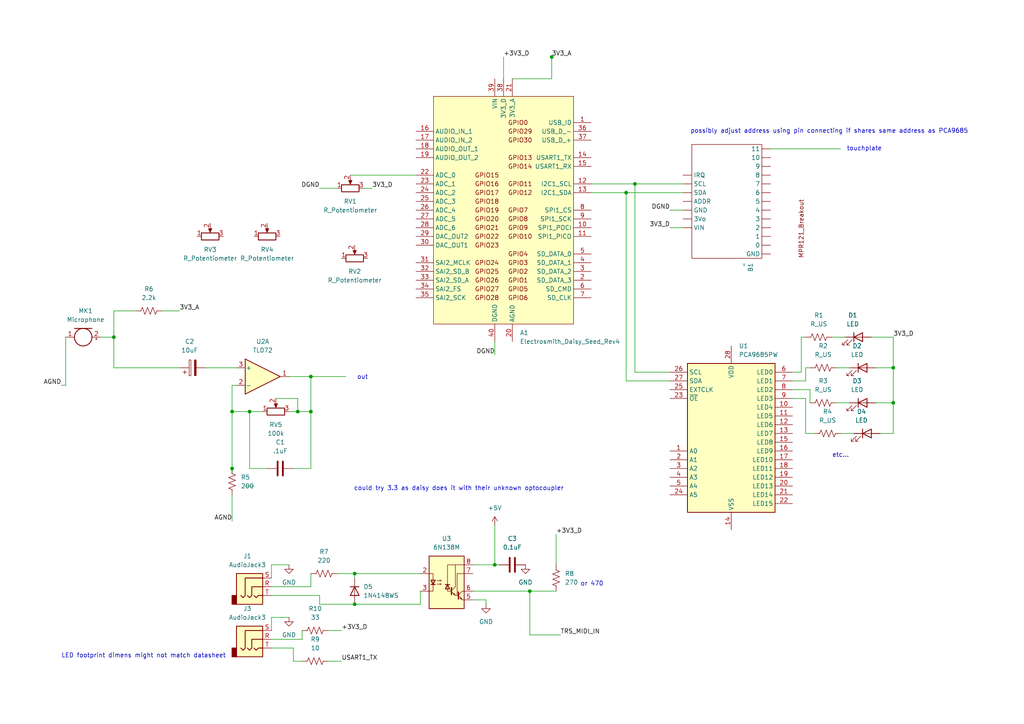
<source format=kicad_sch>
(kicad_sch (version 20231120) (generator "eeschema") (generator_version "8.0")
  (paper "A4")
  (lib_symbols
    (symbol "Amplifier_Operational:TL072" (pin_names (offset 0.127))
      (property "Reference" "U" (at 0 5.08 0))
      (property "Value" "TL072" (at 0 -5.08 0))
      (symbol "TL072_1_1"
        (polyline (pts (xy -5.08 5.08) (xy 5.08 0) (xy -5.08 -5.08) (xy -5.08 5.08)) (stroke (width 0.254)) (fill (type background)))
        (pin output line (at 7.62 0 180) (length 2.54) (name "~") (number "1"))
        (pin input line (at -7.62 -2.54 0) (length 2.54) (name "-") (number "2"))
        (pin input line (at -7.62 2.54 0) (length 2.54) (name "+") (number "3"))
      )
      (symbol "TL072_2_1"
        (polyline (pts (xy -5.08 5.08) (xy 5.08 0) (xy -5.08 -5.08) (xy -5.08 5.08)) (stroke (width 0.254)) (fill (type background)))
        (pin input line (at -7.62 2.54 0) (length 2.54) (name "+") (number "5"))
        (pin input line (at -7.62 -2.54 0) (length 2.54) (name "-") (number "6"))
        (pin output line (at 7.62 0 180) (length 2.54) (name "~") (number "7"))
      )
      (symbol "TL072_3_1"
        (pin power_in line (at -2.54 -7.62 90) (length 3.81) (name "V-") (number "4"))
        (pin power_in line (at -2.54 7.62 270) (length 3.81) (name "V+") (number "8"))
      )
    )
    (symbol "Connector_Audio:AudioJack3"
      (property "Reference" "J" (at 0 8.89 0))
      (property "Value" "AudioJack3" (at 0 6.35 0))
      (symbol "AudioJack3_0_1"
        (rectangle (start -5.08 -5.08) (end -6.35 -2.54) (stroke (width 0.254)) (fill (type outline)))
        (polyline (pts (xy 0 -2.54) (xy 0.635 -3.175) (xy 1.27 -2.54) (xy 2.54 -2.54)) (stroke (width 0.254)))
        (polyline (pts (xy -1.905 -2.54) (xy -1.27 -3.175) (xy -0.635 -2.54) (xy -0.635 0) (xy 2.54 0)) (stroke (width 0.254)))
        (polyline (pts (xy 2.54 2.54) (xy -2.54 2.54) (xy -2.54 -2.54) (xy -3.175 -3.175) (xy -3.81 -2.54)) (stroke (width 0.254)))
        (rectangle (start 2.54 3.81) (end -5.08 -5.08) (stroke (width 0.254)) (fill (type background)))
      )
      (symbol "AudioJack3_1_1"
        (pin passive line (at 5.08 0 180) (length 2.54) (name "~") (number "R"))
        (pin passive line (at 5.08 2.54 180) (length 2.54) (name "~") (number "S"))
        (pin passive line (at 5.08 -2.54 180) (length 2.54) (name "~") (number "T"))
      )
    )
    (symbol "Device:C" (pin_numbers hide) (pin_names (offset 0.254))
      (property "Reference" "C" (at 0.635 2.54 0))
      (property "Value" "C" (at 0.635 -2.54 0))
      (symbol "C_0_1"
        (polyline (pts (xy -2.032 -0.762) (xy 2.032 -0.762)) (stroke (width 0.508)))
        (polyline (pts (xy -2.032 0.762) (xy 2.032 0.762)) (stroke (width 0.508)))
      )
      (symbol "C_1_1"
        (pin passive line (at 0 3.81 270) (length 2.794) (name "~") (number "1"))
        (pin passive line (at 0 -3.81 90) (length 2.794) (name "~") (number "2"))
      )
    )
    (symbol "Device:C_Polarized" (pin_numbers hide) (pin_names (offset 0.254))
      (property "Reference" "C" (at 0.635 2.54 0))
      (property "Value" "C_Polarized" (at 0.635 -2.54 0))
      (symbol "C_Polarized_0_1"
        (rectangle (start -2.286 0.508) (end 2.286 1.016))
        (polyline (pts (xy -1.778 2.286) (xy -0.762 2.286)))
        (polyline (pts (xy -1.27 2.794) (xy -1.27 1.778)))
        (rectangle (start 2.286 -0.508) (end -2.286 -1.016) (fill (type outline)))
      )
      (symbol "C_Polarized_1_1"
        (pin passive line (at 0 3.81 270) (length 2.794) (name "~") (number "1"))
        (pin passive line (at 0 -3.81 90) (length 2.794) (name "~") (number "2"))
      )
    )
    (symbol "Device:LED" (pin_numbers hide) (pin_names (offset 1.016) hide)
      (property "Reference" "D" (at 0 2.54 0))
      (property "Value" "LED" (at 0 -2.54 0))
      (symbol "LED_0_1"
        (polyline (pts (xy -1.27 -1.27) (xy -1.27 1.27)) (stroke (width 0.254)))
        (polyline (pts (xy -1.27 0) (xy 1.27 0)))
        (polyline (pts (xy 1.27 -1.27) (xy 1.27 1.27) (xy -1.27 0) (xy 1.27 -1.27)) (stroke (width 0.254)))
        (polyline (pts (xy -3.048 -0.762) (xy -4.572 -2.286) (xy -3.81 -2.286) (xy -4.572 -2.286) (xy -4.572 -1.524)))
        (polyline (pts (xy -1.778 -0.762) (xy -3.302 -2.286) (xy -2.54 -2.286) (xy -3.302 -2.286) (xy -3.302 -1.524)))
      )
      (symbol "LED_1_1"
        (pin passive line (at -3.81 0 0) (length 2.54) (name "K") (number "1"))
        (pin passive line (at 3.81 0 180) (length 2.54) (name "A") (number "2"))
      )
    )
    (symbol "Device:Microphone" (pin_names (offset 0.0254) hide)
      (property "Reference" "MK" (at -3.81 1.27 0))
      (property "Value" "Microphone" (at -3.81 -0.635 0))
      (symbol "Microphone_0_1"
        (polyline (pts (xy -2.54 2.54) (xy -2.54 -2.54)) (stroke (width 0.254)))
        (polyline (pts (xy 0.254 3.81) (xy 0.762 3.81)))
        (polyline (pts (xy 0.508 4.064) (xy 0.508 3.556)))
        (circle (center 0 0) (radius 2.54) (stroke (width 0.254)))
      )
      (symbol "Microphone_1_1"
        (pin passive line (at 0 -5.08 90) (length 2.54) (name "-") (number "1"))
        (pin passive line (at 0 5.08 270) (length 2.54) (name "+") (number "2"))
      )
    )
    (symbol "Device:R_Potentiometer" (pin_names (offset 1.016) hide)
      (property "Reference" "RV" (at -4.445 0 90))
      (property "Value" "R_Potentiometer" (at -2.54 0 90))
      (symbol "R_Potentiometer_0_1"
        (polyline (pts (xy 2.54 0) (xy 1.524 0)))
        (polyline (pts (xy 1.143 0) (xy 2.286 0.508) (xy 2.286 -0.508) (xy 1.143 0)) (fill (type outline)))
        (rectangle (start 1.016 2.54) (end -1.016 -2.54) (stroke (width 0.254)))
      )
      (symbol "R_Potentiometer_1_1"
        (pin passive line (at 0 3.81 270) (length 1.27) (name "1") (number "1"))
        (pin passive line (at 3.81 0 180) (length 1.27) (name "2") (number "2"))
        (pin passive line (at 0 -3.81 90) (length 1.27) (name "3") (number "3"))
      )
    )
    (symbol "Device:R_US" (pin_numbers hide) (pin_names (offset 0))
      (property "Reference" "R" (at 2.54 0 90))
      (property "Value" "R_US" (at -2.54 0 90))
      (symbol "R_US_0_1"
        (polyline (pts (xy 0 -2.286) (xy 0 -2.54)))
        (polyline (pts (xy 0 2.286) (xy 0 2.54)))
        (polyline (pts (xy 0 -0.762) (xy 1.016 -1.143) (xy 0 -1.524) (xy -1.016 -1.905) (xy 0 -2.286)))
        (polyline (pts (xy 0 0.762) (xy 1.016 0.381) (xy 0 0) (xy -1.016 -0.381) (xy 0 -0.762)))
        (polyline (pts (xy 0 2.286) (xy 1.016 1.905) (xy 0 1.524) (xy -1.016 1.143) (xy 0 0.762)))
      )
      (symbol "R_US_1_1"
        (pin passive line (at 0 3.81 270) (length 1.27) (name "~") (number "1"))
        (pin passive line (at 0 -3.81 90) (length 1.27) (name "~") (number "2"))
      )
    )
    (symbol "Diode:1N4148WS" (pin_numbers hide) (pin_names hide)
      (property "Reference" "D" (at 0 2.54 0))
      (property "Value" "1N4148WS" (at 0 -2.54 0))
      (symbol "1N4148WS_0_1"
        (polyline (pts (xy -1.27 1.27) (xy -1.27 -1.27)) (stroke (width 0.254)))
        (polyline (pts (xy 1.27 0) (xy -1.27 0)))
        (polyline (pts (xy 1.27 1.27) (xy 1.27 -1.27) (xy -1.27 0) (xy 1.27 1.27)) (stroke (width 0.254)))
      )
      (symbol "1N4148WS_1_1"
        (pin passive line (at -3.81 0 0) (length 2.54) (name "K") (number "1"))
        (pin passive line (at 3.81 0 180) (length 2.54) (name "A") (number "2"))
      )
    )
    (symbol "Driver_LED:PCA9685PW"
      (property "Reference" "U" (at -12.7 22.225 0))
      (property "Value" "PCA9685PW" (at 1.27 22.225 0))
      (symbol "PCA9685PW_0_1"
        (rectangle (start -12.7 20.32) (end 12.7 -22.86) (stroke (width 0.254)) (fill (type background)))
      )
      (symbol "PCA9685PW_1_1"
        (pin input line (at -17.78 -5.08 0) (length 5.08) (name "A0") (number "1"))
        (pin output line (at 17.78 7.62 180) (length 5.08) (name "LED4") (number "10"))
        (pin output line (at 17.78 5.08 180) (length 5.08) (name "LED5") (number "11"))
        (pin output line (at 17.78 2.54 180) (length 5.08) (name "LED6") (number "12"))
        (pin output line (at 17.78 0 180) (length 5.08) (name "LED7") (number "13"))
        (pin power_in line (at 0 -27.94 90) (length 5.08) (name "VSS") (number "14"))
        (pin output line (at 17.78 -2.54 180) (length 5.08) (name "LED8") (number "15"))
        (pin output line (at 17.78 -5.08 180) (length 5.08) (name "LED9") (number "16"))
        (pin output line (at 17.78 -7.62 180) (length 5.08) (name "LED10") (number "17"))
        (pin output line (at 17.78 -10.16 180) (length 5.08) (name "LED11") (number "18"))
        (pin output line (at 17.78 -12.7 180) (length 5.08) (name "LED12") (number "19"))
        (pin input line (at -17.78 -7.62 0) (length 5.08) (name "A1") (number "2"))
        (pin output line (at 17.78 -15.24 180) (length 5.08) (name "LED13") (number "20"))
        (pin output line (at 17.78 -17.78 180) (length 5.08) (name "LED14") (number "21"))
        (pin output line (at 17.78 -20.32 180) (length 5.08) (name "LED15") (number "22"))
        (pin input line (at -17.78 10.16 0) (length 5.08) (name "~{OE}") (number "23"))
        (pin input line (at -17.78 -17.78 0) (length 5.08) (name "A5") (number "24"))
        (pin input line (at -17.78 12.7 0) (length 5.08) (name "EXTCLK") (number "25"))
        (pin input line (at -17.78 17.78 0) (length 5.08) (name "SCL") (number "26"))
        (pin bidirectional line (at -17.78 15.24 0) (length 5.08) (name "SDA") (number "27"))
        (pin power_in line (at 0 25.4 270) (length 5.08) (name "VDD") (number "28"))
        (pin input line (at -17.78 -10.16 0) (length 5.08) (name "A2") (number "3"))
        (pin input line (at -17.78 -12.7 0) (length 5.08) (name "A3") (number "4"))
        (pin input line (at -17.78 -15.24 0) (length 5.08) (name "A4") (number "5"))
        (pin output line (at 17.78 17.78 180) (length 5.08) (name "LED0") (number "6"))
        (pin output line (at 17.78 15.24 180) (length 5.08) (name "LED1") (number "7"))
        (pin output line (at 17.78 12.7 180) (length 5.08) (name "LED2") (number "8"))
        (pin output line (at 17.78 10.16 180) (length 5.08) (name "LED3") (number "9"))
      )
    )
    (symbol "Isolator:6N138" (pin_names (offset 1.016) hide)
      (property "Reference" "U" (at -4.064 8.89 0))
      (property "Value" "6N138" (at 2.286 8.89 0))
      (symbol "6N138_0_1"
        (rectangle (start -5.08 7.62) (end 5.08 -7.62) (stroke (width 0.254)) (fill (type background)))
        (polyline (pts (xy -4.572 -0.635) (xy -3.302 -0.635)) (stroke (width 0.254)))
        (polyline (pts (xy 0.889 -0.635) (xy -0.381 -0.635)) (stroke (width 0.254)))
        (polyline (pts (xy 1.397 -2.667) (xy 2.54 -3.81)))
        (polyline (pts (xy 1.397 -2.413) (xy 2.54 -1.27)))
        (polyline (pts (xy 2.54 -3.81) (xy 3.175 -3.81)))
        (polyline (pts (xy 3.429 -3.937) (xy 4.572 -5.08)))
        (polyline (pts (xy 3.429 -3.683) (xy 4.572 -2.54)))
        (polyline (pts (xy 4.572 -5.08) (xy 5.08 -5.08)))
        (polyline (pts (xy 4.572 -2.54) (xy 5.08 -2.54)))
        (polyline (pts (xy 1.397 -1.524) (xy 1.397 -3.556) (xy 1.397 -3.556)) (stroke (width 0.3556)))
        (polyline (pts (xy 2.54 -1.27) (xy 2.54 5.08) (xy 5.08 5.08)))
        (polyline (pts (xy 3.429 -2.794) (xy 3.429 -4.826) (xy 3.429 -4.826)) (stroke (width 0.3556)))
        (polyline (pts (xy 5.08 2.54) (xy 3.048 2.54) (xy 3.048 -3.81)))
        (polyline (pts (xy -5.08 -2.54) (xy -3.937 -2.54) (xy -3.937 2.54) (xy -5.08 2.54)))
        (polyline (pts (xy -3.937 -0.635) (xy -4.572 0.635) (xy -3.302 0.635) (xy -3.937 -0.635)) (stroke (width 0.254)))
        (polyline (pts (xy 0.254 -0.635) (xy 0.889 -1.905) (xy -0.381 -1.905) (xy 0.254 -0.635)) (stroke (width 0.254)))
        (polyline (pts (xy 1.27 -2.54) (xy 0.254 -2.54) (xy 0.254 5.08) (xy 2.54 5.08)))
        (polyline (pts (xy 2.413 -3.683) (xy 2.159 -3.175) (xy 1.905 -3.429) (xy 2.413 -3.683)))
        (polyline (pts (xy 4.445 -4.953) (xy 4.191 -4.445) (xy 3.937 -4.699) (xy 4.445 -4.953)))
        (polyline (pts (xy -2.794 -0.508) (xy -1.524 -0.508) (xy -1.905 -0.635) (xy -1.905 -0.381) (xy -1.524 -0.508)))
        (polyline (pts (xy -2.794 0.508) (xy -1.524 0.508) (xy -1.905 0.381) (xy -1.905 0.635) (xy -1.524 0.508)))
      )
      (symbol "6N138_1_1"
        (pin no_connect line (at -5.08 5.08 0) (length 2.54) hide (name "NC") (number "1"))
        (pin passive line (at -7.62 2.54 0) (length 2.54) (name "C1") (number "2"))
        (pin passive line (at -7.62 -2.54 0) (length 2.54) (name "C2") (number "3"))
        (pin no_connect line (at -5.08 -5.08 0) (length 2.54) hide (name "NC") (number "4"))
        (pin passive line (at 7.62 -5.08 180) (length 2.54) (name "GND") (number "5"))
        (pin passive line (at 7.62 -2.54 180) (length 2.54) (name "VO2") (number "6"))
        (pin passive line (at 7.62 2.54 180) (length 2.54) (name "VO1") (number "7"))
        (pin passive line (at 7.62 5.08 180) (length 2.54) (name "VCC") (number "8"))
      )
    )
    (symbol "MCU_Module:Electrosmith_Daisy_Seed_Rev4"
      (property "Reference" "A" (at -20.32 34.29 0))
      (property "Value" "Electrosmith_Daisy_Seed_Rev4" (at 33.02 34.29 0))
      (symbol "Electrosmith_Daisy_Seed_Rev4_0_0"
        (text "GPIO0" (at 1.27 25.4 0) (effects (font (size 1.27 1.27)) (justify left)))
        (text "GPIO1" (at 1.27 -20.32 0) (effects (font (size 1.27 1.27)) (justify left)))
        (text "GPIO10" (at 1.27 -7.62 0) (effects (font (size 1.27 1.27)) (justify left)))
        (text "GPIO11" (at 1.27 7.62 0) (effects (font (size 1.27 1.27)) (justify left)))
        (text "GPIO12" (at 1.27 5.08 0) (effects (font (size 1.27 1.27)) (justify left)))
        (text "GPIO13" (at 1.27 15.24 0) (effects (font (size 1.27 1.27)) (justify left)))
        (text "GPIO14" (at 1.27 12.7 0) (effects (font (size 1.27 1.27)) (justify left)))
        (text "GPIO15" (at -1.27 10.16 0) (effects (font (size 1.27 1.27)) (justify right)))
        (text "GPIO16" (at -1.27 7.62 0) (effects (font (size 1.27 1.27)) (justify right)))
        (text "GPIO17" (at -1.27 5.08 0) (effects (font (size 1.27 1.27)) (justify right)))
        (text "GPIO18" (at -1.27 2.54 0) (effects (font (size 1.27 1.27)) (justify right)))
        (text "GPIO19" (at -1.27 0 0) (effects (font (size 1.27 1.27)) (justify right)))
        (text "GPIO2" (at 1.27 -17.78 0) (effects (font (size 1.27 1.27)) (justify left)))
        (text "GPIO20" (at -1.27 -2.54 0) (effects (font (size 1.27 1.27)) (justify right)))
        (text "GPIO21" (at -1.27 -5.08 0) (effects (font (size 1.27 1.27)) (justify right)))
        (text "GPIO22" (at -1.27 -7.62 0) (effects (font (size 1.27 1.27)) (justify right)))
        (text "GPIO23" (at -1.27 -10.16 0) (effects (font (size 1.27 1.27)) (justify right)))
        (text "GPIO24" (at -1.27 -15.24 0) (effects (font (size 1.27 1.27)) (justify right)))
        (text "GPIO25" (at -1.27 -17.78 0) (effects (font (size 1.27 1.27)) (justify right)))
        (text "GPIO26" (at -1.27 -20.32 0) (effects (font (size 1.27 1.27)) (justify right)))
        (text "GPIO27" (at -1.27 -22.86 0) (effects (font (size 1.27 1.27)) (justify right)))
        (text "GPIO28" (at -1.27 -25.4 0) (effects (font (size 1.27 1.27)) (justify right)))
        (text "GPIO29" (at 1.27 22.86 0) (effects (font (size 1.27 1.27)) (justify left)))
        (text "GPIO3" (at 1.27 -15.24 0) (effects (font (size 1.27 1.27)) (justify left)))
        (text "GPIO30" (at 1.27 20.32 0) (effects (font (size 1.27 1.27)) (justify left)))
        (text "GPIO4" (at 1.27 -12.7 0) (effects (font (size 1.27 1.27)) (justify left)))
        (text "GPIO5" (at 1.27 -22.86 0) (effects (font (size 1.27 1.27)) (justify left)))
        (text "GPIO6" (at 1.27 -25.4 0) (effects (font (size 1.27 1.27)) (justify left)))
        (text "GPIO7" (at 1.27 0 0) (effects (font (size 1.27 1.27)) (justify left)))
        (text "GPIO8" (at 1.27 -2.54 0) (effects (font (size 1.27 1.27)) (justify left)))
        (text "GPIO9" (at 1.27 -5.08 0) (effects (font (size 1.27 1.27)) (justify left)))
        (pin bidirectional line (at 25.4 25.4 180) (length 5.08) (name "USB_ID") (number "1"))
        (pin bidirectional line (at 25.4 -5.08 180) (length 5.08) (name "SPI1_POCI") (number "10"))
        (pin bidirectional line (at 25.4 -7.62 180) (length 5.08) (name "SPI1_PICO") (number "11"))
        (pin bidirectional line (at 25.4 7.62 180) (length 5.08) (name "I2C1_SCL") (number "12"))
        (pin bidirectional line (at 25.4 5.08 180) (length 5.08) (name "I2C1_SDA") (number "13"))
        (pin bidirectional line (at 25.4 15.24 180) (length 5.08) (name "USART1_TX") (number "14"))
        (pin bidirectional line (at 25.4 12.7 180) (length 5.08) (name "USART1_RX") (number "15"))
        (pin input line (at -25.4 22.86 0) (length 5.08) (name "AUDIO_IN_1") (number "16"))
        (pin input line (at -25.4 20.32 0) (length 5.08) (name "AUDIO_IN_2") (number "17"))
        (pin output line (at -25.4 17.78 0) (length 5.08) (name "AUDIO_OUT_1") (number "18"))
        (pin output line (at -25.4 15.24 0) (length 5.08) (name "AUDIO_OUT_2") (number "19"))
        (pin bidirectional line (at 25.4 -20.32 180) (length 5.08) (name "SD_DATA_3") (number "2"))
        (pin power_in line (at 2.54 -38.1 90) (length 5.08) (name "AGND") (number "20"))
        (pin power_out line (at 2.54 38.1 270) (length 5.08) (name "3V3_A") (number "21"))
        (pin bidirectional line (at -25.4 10.16 0) (length 5.08) (name "ADC_0") (number "22"))
        (pin bidirectional line (at -25.4 7.62 0) (length 5.08) (name "ADC_1") (number "23"))
        (pin bidirectional line (at -25.4 5.08 0) (length 5.08) (name "ADC_2") (number "24"))
        (pin bidirectional line (at -25.4 2.54 0) (length 5.08) (name "ADC_3") (number "25"))
        (pin bidirectional line (at -25.4 0 0) (length 5.08) (name "ADC_4") (number "26"))
        (pin bidirectional line (at -25.4 -2.54 0) (length 5.08) (name "ADC_5") (number "27"))
        (pin bidirectional line (at -25.4 -5.08 0) (length 5.08) (name "ADC_6") (number "28"))
        (pin bidirectional line (at -25.4 -7.62 0) (length 5.08) (name "DAC_OUT2") (number "29"))
        (pin bidirectional line (at 25.4 -17.78 180) (length 5.08) (name "SD_DATA_2") (number "3"))
        (pin bidirectional line (at -25.4 -10.16 0) (length 5.08) (name "DAC_OUT1") (number "30"))
        (pin bidirectional line (at -25.4 -15.24 0) (length 5.08) (name "SAI2_MCLK") (number "31"))
        (pin bidirectional line (at -25.4 -17.78 0) (length 5.08) (name "SAI2_SD_B") (number "32"))
        (pin bidirectional line (at -25.4 -20.32 0) (length 5.08) (name "SAI2_SD_A") (number "33"))
        (pin bidirectional line (at -25.4 -22.86 0) (length 5.08) (name "SAI2_FS") (number "34"))
        (pin bidirectional line (at -25.4 -25.4 0) (length 5.08) (name "SAI2_SCK") (number "35"))
        (pin bidirectional line (at 25.4 22.86 180) (length 5.08) (name "USB_D_-") (number "36"))
        (pin bidirectional line (at 25.4 20.32 180) (length 5.08) (name "USB_D_+") (number "37"))
        (pin power_out line (at 0 38.1 270) (length 5.08) (name "3V3_D") (number "38"))
        (pin power_in line (at -2.54 38.1 270) (length 5.08) (name "VIN") (number "39"))
        (pin bidirectional line (at 25.4 -15.24 180) (length 5.08) (name "SD_DATA_1") (number "4"))
        (pin power_in line (at -2.54 -38.1 90) (length 5.08) (name "DGND") (number "40"))
        (pin bidirectional line (at 25.4 -12.7 180) (length 5.08) (name "SD_DATA_0") (number "5"))
        (pin bidirectional line (at 25.4 -22.86 180) (length 5.08) (name "SD_CMD") (number "6"))
        (pin bidirectional line (at 25.4 -25.4 180) (length 5.08) (name "SD_CLK") (number "7"))
        (pin bidirectional line (at 25.4 0 180) (length 5.08) (name "SPI1_CS") (number "8"))
        (pin bidirectional line (at 25.4 -2.54 180) (length 5.08) (name "SPI1_SCK") (number "9"))
      )
      (symbol "Electrosmith_Daisy_Seed_Rev4_0_1"
        (rectangle (start -20.32 33.02) (end 20.32 -33.02) (fill (type background)))
      )
    )
    (symbol "power:+5V" (power) (pin_numbers hide) (pin_names (offset 0) hide)
      (property "Value" "+5V" (at 0 3.556 0))
      (symbol "+5V_0_1"
        (polyline (pts (xy -0.762 1.27) (xy 0 2.54)))
        (polyline (pts (xy 0 0) (xy 0 2.54)))
        (polyline (pts (xy 0 2.54) (xy 0.762 1.27)))
      )
      (symbol "+5V_1_1"
        (pin power_in line (at 0 0 90) (length 0) (name "~") (number "1"))
      )
    )
    (symbol "power:GND" (power) (pin_numbers hide) (pin_names (offset 0) hide)
      (property "Value" "GND" (at 0 -3.81 0))
      (symbol "GND_0_1"
        (polyline (pts (xy 0 0) (xy 0 -1.27) (xy 1.27 -1.27) (xy 0 -2.54) (xy -1.27 -1.27) (xy 0 -1.27)))
      )
      (symbol "GND_1_1"
        (pin power_in line (at 0 0 270) (length 0) (name "~") (number "1"))
      )
    )
    (symbol "soundpad_library:Adafruit_MPR121_12-Key_Capacitive_Touch_Sensor_Breakout"
      (property "Reference" "B" (at 0 0 0))
      (symbol "Adafruit_MPR121_12-Key_Capacitive_Touch_Sensor_Breakout_0_1"
        (rectangle (start -3.81 -11.43) (end 29.21 -31.75))
      )
      (symbol "Adafruit_MPR121_12-Key_Capacitive_Touch_Sensor_Breakout_1_1"
        (text "MPR121_Breakout" (at 20.574 0 0) (effects (font (size 1.27 1.27))))
        (pin bidirectional line (at 25.4 -8.89 270) (length 2.54) (name "0") (number ""))
        (pin bidirectional line (at 22.86 -8.89 270) (length 2.54) (name "1") (number ""))
        (pin bidirectional line (at 0 -8.89 270) (length 2.54) (name "10") (number ""))
        (pin bidirectional line (at -2.54 -8.89 270) (length 2.54) (name "11") (number ""))
        (pin bidirectional line (at 20.32 -8.89 270) (length 2.54) (name "2") (number ""))
        (pin bidirectional line (at 17.78 -8.89 270) (length 2.54) (name "3") (number ""))
        (pin power_out line (at 17.78 -34.29 90) (length 2.54) (name "3Vo") (number ""))
        (pin bidirectional line (at 15.24 -8.89 270) (length 2.54) (name "4") (number ""))
        (pin bidirectional line (at 12.7 -8.89 270) (length 2.54) (name "5") (number ""))
        (pin bidirectional line (at 10.16 -8.89 270) (length 2.54) (name "6") (number ""))
        (pin bidirectional line (at 7.62 -8.89 270) (length 2.54) (name "7") (number ""))
        (pin bidirectional line (at 5.08 -8.89 270) (length 2.54) (name "8") (number ""))
        (pin bidirectional line (at 2.54 -8.89 270) (length 2.54) (name "9") (number ""))
        (pin passive line (at 12.7 -34.29 90) (length 2.54) (name "ADDR") (number ""))
        (pin power_in line (at 15.24 -34.29 90) (length 2.54) (name "GND") (number ""))
        (pin power_in line (at 27.94 -8.89 270) (length 2.54) (name "GND") (number ""))
        (pin open_collector line (at 5.08 -34.29 90) (length 2.54) (name "IRQ") (number ""))
        (pin bidirectional line (at 7.62 -34.29 90) (length 2.54) (name "SCL") (number ""))
        (pin bidirectional line (at 10.16 -34.29 90) (length 2.54) (name "SDA") (number ""))
        (pin power_in line (at 20.32 -34.29 90) (length 2.54) (name "VIN") (number ""))
      )
    )
  )
  (junction (at 72.39 119.38))
  (junction (at 33.02 97.79))
  (junction (at 259.08 106.68))
  (junction (at 102.87 166.37))
  (junction (at 90.17 119.38))
  (junction (at 67.31 135.89))
  (junction (at 153.67 171.45))
  (junction (at 86.36 119.38))
  (junction (at 181.61 55.88))
  (junction (at 143.51 163.83))
  (junction (at 102.87 175.26))
  (junction (at 259.08 116.84))
  (junction (at 67.31 119.38))
  (junction (at 184.15 53.34))
  (junction (at 90.17 109.22))
  (junction (at 160.0267 16.5366))
  (wire (pts (xy 148.59 22.86) (xy 160.02 22.86)))
  (wire (pts (xy 233.68 106.68) (xy 233.68 110.49)))
  (wire (pts (xy 67.31 143.51) (xy 67.31 151.13)))
  (wire (pts (xy 78.74 182.88) (xy 78.74 179.07)))
  (wire (pts (xy 160.02 16.5366) (xy 160.0267 16.5366)))
  (wire (pts (xy 101.6 50.8) (xy 120.65 50.8)))
  (wire (pts (xy 137.16 163.83) (xy 143.51 163.83)))
  (wire (pts (xy 95.25 182.88) (xy 99.06 182.88)))
  (wire (pts (xy 171.45 55.88) (xy 181.61 55.88)))
  (wire (pts (xy 85.09 191.77) (xy 85.09 187.96)))
  (wire (pts (xy 259.08 116.84) (xy 259.08 125.73)))
  (wire (pts (xy 33.02 90.17) (xy 33.02 97.79)))
  (wire (pts (xy 160.0267 16.5366) (xy 160.02 22.86)))
  (wire (pts (xy 68.58 111.76) (xy 67.31 111.76)))
  (wire (pts (xy 153.67 171.45) (xy 161.29 171.45)))
  (wire (pts (xy 86.36 115.57) (xy 86.36 119.38)))
  (wire (pts (xy 67.31 111.76) (xy 67.31 119.38)))
  (wire (pts (xy 78.74 172.72) (xy 92.71 172.72)))
  (wire (pts (xy 78.74 179.07) (xy 83.82 179.07)))
  (wire (pts (xy 259.08 106.68) (xy 259.08 116.84)))
  (wire (pts (xy 92.71 172.72) (xy 92.71 175.26)))
  (wire (pts (xy 234.95 113.03) (xy 229.87 113.03)))
  (wire (pts (xy 90.17 119.38) (xy 90.17 109.22)))
  (wire (pts (xy 232.41 97.79) (xy 233.68 97.79)))
  (wire (pts (xy 153.67 171.45) (xy 153.67 184.15)))
  (wire (pts (xy 234.95 116.84) (xy 234.95 113.03)))
  (wire (pts (xy 259.08 97.79) (xy 259.08 106.68)))
  (wire (pts (xy 92.71 175.26) (xy 102.87 175.26)))
  (wire (pts (xy 121.92 175.26) (xy 102.87 175.26)))
  (wire (pts (xy 181.61 110.49) (xy 194.31 110.49)))
  (wire (pts (xy 252.73 97.79) (xy 259.08 97.79)))
  (wire (pts (xy 95.25 191.77) (xy 99.06 191.77)))
  (wire (pts (xy 223.52 43.18) (xy 243.84 43.18)))
  (wire (pts (xy 102.87 166.37) (xy 102.87 167.64)))
  (wire (pts (xy 161.29 154.94) (xy 161.29 163.83)))
  (wire (pts (xy 140.97 173.99) (xy 140.97 175.26)))
  (wire (pts (xy 85.09 187.96) (xy 78.74 187.96)))
  (wire (pts (xy 46.99 90.17) (xy 52.07 90.17)))
  (wire (pts (xy 232.41 97.79) (xy 232.41 107.95)))
  (wire (pts (xy 233.68 115.57) (xy 229.87 115.57)))
  (wire (pts (xy 97.79 166.37) (xy 102.87 166.37)))
  (wire (pts (xy 243.84 125.73) (xy 247.65 125.73)))
  (wire (pts (xy 236.22 125.73) (xy 233.68 125.73)))
  (wire (pts (xy 160.02 16.51) (xy 160.02 16.5366)))
  (wire (pts (xy 259.08 106.68) (xy 254 106.68)))
  (wire (pts (xy 78.74 163.83) (xy 83.82 163.83)))
  (wire (pts (xy 102.87 166.37) (xy 121.92 166.37)))
  (wire (pts (xy 144.78 163.83) (xy 143.51 163.83)))
  (wire (pts (xy 90.17 109.22) (xy 100.33 109.22)))
  (wire (pts (xy 78.74 167.64) (xy 78.74 163.83)))
  (wire (pts (xy 184.15 53.34) (xy 198.12 53.34)))
  (wire (pts (xy 78.74 170.18) (xy 90.17 170.18)))
  (wire (pts (xy 242.57 106.68) (xy 246.38 106.68)))
  (wire (pts (xy 232.41 107.95) (xy 229.87 107.95)))
  (wire (pts (xy 137.16 173.99) (xy 140.97 173.99)))
  (wire (pts (xy 233.68 110.49) (xy 229.87 110.49)))
  (wire (pts (xy 143.51 99.06) (xy 143.51 102.87)))
  (wire (pts (xy 242.57 116.84) (xy 246.38 116.84)))
  (wire (pts (xy 181.61 55.88) (xy 198.12 55.88)))
  (wire (pts (xy 254 116.84) (xy 259.08 116.84)))
  (wire (pts (xy 90.17 109.22) (xy 83.82 109.22)))
  (wire (pts (xy 33.02 97.79) (xy 29.21 97.79)))
  (wire (pts (xy 92.71 54.61) (xy 97.79 54.61)))
  (wire (pts (xy 259.08 125.73) (xy 255.27 125.73)))
  (wire (pts (xy 72.39 135.89) (xy 72.39 119.38)))
  (wire (pts (xy 194.31 66.04) (xy 198.12 66.04)))
  (wire (pts (xy 171.45 53.34) (xy 184.15 53.34)))
  (wire (pts (xy 194.31 60.96) (xy 198.12 60.96)))
  (wire (pts (xy 78.74 185.42) (xy 87.63 185.42)))
  (wire (pts (xy 59.69 106.68) (xy 68.58 106.68)))
  (wire (pts (xy 181.61 55.88) (xy 181.61 110.49)))
  (wire (pts (xy 90.17 170.18) (xy 90.17 166.37)))
  (wire (pts (xy 137.16 171.45) (xy 153.67 171.45)))
  (wire (pts (xy 72.39 119.38) (xy 76.2 119.38)))
  (wire (pts (xy 52.07 106.68) (xy 33.02 106.68)))
  (wire (pts (xy 87.63 185.42) (xy 87.63 182.88)))
  (wire (pts (xy 85.09 191.77) (xy 87.63 191.77)))
  (wire (pts (xy 19.05 111.76) (xy 17.78 111.76)))
  (wire (pts (xy 39.37 90.17) (xy 33.02 90.17)))
  (wire (pts (xy 90.17 135.89) (xy 90.17 119.38)))
  (wire (pts (xy 67.31 119.38) (xy 72.39 119.38)))
  (wire (pts (xy 85.09 135.89) (xy 90.17 135.89)))
  (wire (pts (xy 184.15 53.34) (xy 184.15 107.95)))
  (wire (pts (xy 153.67 184.15) (xy 162.56 184.15)))
  (wire (pts (xy 146.05 22.86) (xy 146.05 16.51)))
  (wire (pts (xy 184.15 107.95) (xy 194.31 107.95)))
  (wire (pts (xy 33.02 97.79) (xy 33.02 106.68)))
  (wire (pts (xy 86.36 119.38) (xy 90.17 119.38)))
  (wire (pts (xy 160.02 16.51) (xy 160.0267 16.5366)))
  (wire (pts (xy 233.68 125.73) (xy 233.68 115.57)))
  (wire (pts (xy 121.92 171.45) (xy 121.92 175.26)))
  (wire (pts (xy 143.51 152.4) (xy 143.51 163.83)))
  (wire (pts (xy 67.31 119.38) (xy 67.31 135.89)))
  (wire (pts (xy 67.31 135.89) (xy 67.31 137.16)))
  (wire (pts (xy 233.68 106.68) (xy 234.95 106.68)))
  (wire (pts (xy 19.05 97.79) (xy 19.05 111.76)))
  (wire (pts (xy 80.01 115.57) (xy 86.36 115.57)))
  (wire (pts (xy 77.47 135.89) (xy 72.39 135.89)))
  (wire (pts (xy 241.3 97.79) (xy 245.11 97.79)))
  (wire (pts (xy 107.95 54.61) (xy 105.41 54.61)))
  (wire (pts (xy 83.82 119.38) (xy 86.36 119.38)))
  (wire (pts (xy 71.12 140.97) (xy 73.66 140.97)))
  (text "could try 3.3 as daisy does it with their unknown optocoupler" (at 133.096 141.732 0) (effects (font (size 1.27 1.27))))
  (text "out" (at 105.156 109.474 0) (effects (font (size 1.27 1.27))))
  (text "etc..." (at 243.84 132.08 0) (effects (font (size 1.27 1.27))))
  (text "or 470\n" (at 171.704 169.418 0) (effects (font (size 1.27 1.27))))
  (text "possibly adjust address using pin connecting if shares same address as PCA9685" (at 240.538 38.1 0) (effects (font (size 1.27 1.27))))
  (text "LED footprint dimens might not match datasheet\n" (at 41.656 190.246 0) (effects (font (size 1.27 1.27))))
  (text "touchplate" (at 250.698 43.18 0) (effects (font (size 1.27 1.27))))
  (label "AGND" (at 17.78 111.76 180))
  (label "3V3_A" (at 160.02 16.51 0))
  (label "AGND" (at 67.31 151.13 180))
  (label "TRS_MIDI_IN" (at 162.56 184.15 0))
  (label "3V3_A" (at 52.07 90.17 0))
  (label "+3V3_D" (at 146.05 16.51 0))
  (label "+3V3_D" (at 161.29 154.94 0))
  (label "DGND" (at 92.71 54.61 180))
  (label "3V3_D" (at 107.95 54.61 0))
  (label "+3V3_D" (at 99.06 182.88 0))
  (label "DGND" (at 194.31 60.96 180))
  (label "DGND" (at 143.51 102.87 180))
  (label "3V3_D" (at 194.31 66.04 180))
  (label "3V3_D" (at 259.08 97.79 0))
  (label "USART1_TX" (at 99.06 191.77 0))
  (symbol (lib_id "power:GND") (at 152.4 163.83 0) (unit 1)
    (property "Reference" "#PWR02" (effects (hide yes)))
    (property "Value" "GND" (at 152.4 168.91 0))
    (property "Description" "Power symbol creates a global label with name \"GND\" , ground" (effects (hide yes)))
  )
  (symbol (lib_id "Device:R_Potentiometer") (at 60.96 68.58 90) (unit 1)
    (property "Reference" "RV3" (at 60.96 72.39 90))
    (property "Value" "R_Potentiometer" (at 60.96 74.93 90))
    (property "Description" "Potentiometer" (effects (hide yes)))
  )
  (symbol (lib_id "MCU_Module:Electrosmith_Daisy_Seed_Rev4") (at 146.05 60.96 0) (unit 1)
    (property "Reference" "A1" (at 150.7841 96.52 0) (effects (justify left)))
    (property "Value" "Electrosmith_Daisy_Seed_Rev4" (at 150.7841 99.06 0) (effects (justify left)))
    (property "Footprint" "Module:Electrosmith_Daisy_Seed" (effects (hide yes)))
    (property "Datasheet" "https://static1.squarespace.com/static/58d03fdc1b10e3bf442567b8/t/6227e6236f02fb68d1577146/1646781988478/Daisy_Seed_datasheet_v1.0.3.pdf" (effects (hide yes)))
    (property "Description" "Daisy is an embedded platform for music." (effects (hide yes)))
  )
  (symbol (lib_id "Device:R_US") (at 67.31 139.7 180) (unit 1)
    (property "Reference" "R5" (at 69.85 138.4299 0) (effects (justify right)))
    (property "Value" "200" (at 69.85 140.9699 0) (effects (justify right)))
    (property "Description" "Resistor, US symbol" (effects (hide yes)))
  )
  (symbol (lib_id "Device:C_Polarized") (at 55.88 106.68 90) (unit 1)
    (property "Reference" "C2" (at 54.991 99.06 90))
    (property "Value" "10uF" (at 54.991 101.6 90))
    (property "Description" "Polarized capacitor" (effects (hide yes)))
  )
  (symbol (lib_id "Device:R_Potentiometer") (at 80.01 119.38 90) (unit 1)
    (property "Reference" "RV5" (at 80.01 123.19 90))
    (property "Value" "100k" (at 80.01 125.73 90))
    (property "Description" "Potentiometer" (effects (hide yes)))
  )
  (symbol (lib_id "Device:C") (at 81.28 135.89 90) (unit 1)
    (property "Reference" "C1" (at 81.28 128.27 90))
    (property "Value" ".1uF" (at 81.28 130.81 90))
    (property "Description" "Unpolarized capacitor" (effects (hide yes)))
  )
  (symbol (lib_id "power:GND") (at 83.82 179.07 0) (unit 1)
    (property "Reference" "#PWR06" (effects (hide yes)))
    (property "Value" "GND" (at 83.82 184.15 0))
    (property "Description" "Power symbol creates a global label with name \"GND\" , ground" (effects (hide yes)))
  )
  (symbol (lib_id "Device:R_US") (at 240.03 125.73 90) (unit 1)
    (property "Reference" "R4" (at 240.03 119.38 90))
    (property "Value" "R_US" (at 240.03 121.92 90))
    (property "Description" "Resistor, US symbol" (effects (hide yes)))
  )
  (symbol (lib_id "Device:R_Potentiometer") (at 77.47 68.58 90) (unit 1)
    (property "Reference" "RV4" (at 77.47 72.39 90))
    (property "Value" "R_Potentiometer" (at 77.47 74.93 90))
    (property "Description" "Potentiometer" (effects (hide yes)))
  )
  (symbol (lib_id "Connector_Audio:AudioJack3") (at 73.66 170.18 0) (unit 1)
    (property "Reference" "J1" (at 71.755 161.29 0))
    (property "Value" "AudioJack3" (at 71.755 163.83 0))
    (property "Description" "Audio Jack, 3 Poles (Stereo / TRS)" (effects (hide yes)))
  )
  (symbol (lib_id "Device:R_US") (at 238.76 106.68 90) (unit 1)
    (property "Reference" "R2" (at 238.76 100.33 90))
    (property "Value" "R_US" (at 238.76 102.87 90))
    (property "Description" "Resistor, US symbol" (effects (hide yes)))
  )
  (symbol (lib_id "Device:Microphone") (at 24.13 97.79 270) (unit 1)
    (property "Reference" "MK1" (at 24.8285 90.17 90))
    (property "Value" "Microphone" (at 24.8285 92.71 90))
    (property "Description" "Microphone" (effects (hide yes)))
  )
  (symbol (lib_id "Device:R_US") (at 237.49 97.79 90) (unit 1)
    (property "Reference" "R1" (at 237.49 91.44 90))
    (property "Value" "R_US" (at 237.49 93.98 90))
    (property "Description" "Resistor, US symbol" (effects (hide yes)))
  )
  (symbol (lib_id "Device:C") (at 148.59 163.83 90) (unit 1)
    (property "Reference" "C3" (at 148.59 156.21 90))
    (property "Value" "0.1uF" (at 148.59 158.75 90))
    (property "Description" "Unpolarized capacitor" (effects (hide yes)))
  )
  (symbol (lib_id "Device:R_US") (at 161.29 167.64 180) (unit 1)
    (property "Reference" "R8" (at 163.83 166.3699 0) (effects (justify right)))
    (property "Value" "270" (at 163.83 168.9099 0) (effects (justify right)))
    (property "Description" "Resistor, US symbol" (effects (hide yes)))
  )
  (symbol (lib_id "Device:R_US") (at 91.44 191.77 90) (unit 1)
    (property "Reference" "R9" (at 91.44 185.42 90))
    (property "Value" "10" (at 91.44 187.96 90))
    (property "Description" "Resistor, US symbol" (effects (hide yes)))
  )
  (symbol (lib_id "power:+5V") (at 143.51 152.4 0) (unit 1)
    (property "Reference" "#PWR01" (effects (hide yes)))
    (property "Value" "+5V" (at 143.51 147.32 0))
    (property "Description" "Power symbol creates a global label with name \"+5V\"" (effects (hide yes)))
  )
  (symbol (lib_id "Device:LED") (at 248.92 97.79 0) (unit 1)
    (property "Reference" "D1" (at 247.3325 91.44 0))
    (property "Value" "LED" (at 247.3325 93.98 0))
    (property "Footprint" "LED_SMD:LED_PLCC-2_3.4x3.0mm_AK" (effects (hide yes)))
    (property "Description" "Light emitting diode" (effects (hide yes)))
  )
  (symbol (lib_id "Device:R_Potentiometer") (at 101.6 54.61 90) (unit 1)
    (property "Reference" "RV1" (at 101.6 58.42 90))
    (property "Value" "R_Potentiometer" (at 101.6 60.96 90))
    (property "Description" "Potentiometer" (effects (hide yes)))
  )
  (symbol (lib_id "Diode:1N4148WS") (at 102.87 171.45 270) (unit 1)
    (property "Reference" "D5" (at 105.41 170.1799 90) (effects (justify left)))
    (property "Value" "1N4148WS" (at 105.41 172.7199 90) (effects (justify left)))
    (property "Footprint" "Diode_SMD:D_SOD-323" (effects (hide yes)))
    (property "Datasheet" "https://www.vishay.com/docs/85751/1n4148ws.pdf" (effects (hide yes)))
    (property "Description" "75V 0.15A Fast switching Diode, SOD-323" (effects (hide yes)))
    (property "Sim.Device" "D" (effects (hide yes)))
    (property "Sim.Pins" "1=K 2=A" (effects (hide yes)))
  )
  (symbol (lib_id "power:GND") (at 140.97 175.26 0) (unit 1)
    (property "Reference" "#PWR04" (effects (hide yes)))
    (property "Value" "GND" (at 140.97 180.34 0))
    (property "Description" "Power symbol creates a global label with name \"GND\" , ground" (effects (hide yes)))
  )
  (symbol (lib_id "Device:LED") (at 250.19 106.68 0) (unit 1)
    (property "Reference" "D2" (at 248.6025 100.33 0))
    (property "Value" "LED" (at 248.6025 102.87 0))
    (property "Footprint" "LED_SMD:LED_PLCC-2_3.4x3.0mm_AK" (effects (hide yes)))
    (property "Description" "Light emitting diode" (effects (hide yes)))
  )
  (symbol (lib_id "Amplifier_Operational:TL072") (at 76.2 109.22 0) (unit 1)
    (property "Reference" "U2" (at 76.2 99.06 0))
    (property "Value" "TL072" (at 76.2 101.6 0))
    (property "Datasheet" "http://www.ti.com/lit/ds/symlink/tl071.pdf" (effects (hide yes)))
    (property "Description" "Dual Low-Noise JFET-Input Operational Amplifiers, DIP-8/SOIC-8" (effects (hide yes)))
  )
  (symbol (lib_id "Device:R_US") (at 43.18 90.17 90) (unit 1)
    (property "Reference" "R6" (at 43.18 83.82 90))
    (property "Value" "2.2k" (at 43.18 86.36 90))
    (property "Description" "Resistor, US symbol" (effects (hide yes)))
  )
  (symbol (lib_id "soundpad_library:Adafruit_MPR121_12-Key_Capacitive_Touch_Sensor_Breakout") (at 232.41 45.72 270) (unit 1)
    (property "Reference" "B1" (at 217.6809 76.2 0) (effects (justify left)))
    (property "Value" "~" (at 215.7758 76.2 0) (effects (justify left)))
  )
  (symbol (lib_id "power:GND") (at 83.82 163.83 0) (unit 1)
    (property "Reference" "#PWR05" (effects (hide yes)))
    (property "Value" "GND" (at 83.82 168.91 0))
    (property "Description" "Power symbol creates a global label with name \"GND\" , ground" (effects (hide yes)))
  )
  (symbol (lib_id "Device:LED") (at 251.46 125.73 0) (unit 1)
    (property "Reference" "D4" (at 249.8725 119.38 0))
    (property "Value" "LED" (at 249.8725 121.92 0))
    (property "Footprint" "LED_SMD:LED_PLCC-2_3.4x3.0mm_AK" (effects (hide yes)))
    (property "Description" "Light emitting diode" (effects (hide yes)))
  )
  (symbol (lib_id "Device:R_US") (at 91.44 182.88 90) (unit 1)
    (property "Reference" "R10" (at 91.44 176.53 90))
    (property "Value" "33" (at 91.44 179.07 90))
    (property "Description" "Resistor, US symbol" (effects (hide yes)))
  )
  (symbol (lib_id "Device:LED") (at 250.19 116.84 0) (unit 1)
    (property "Reference" "D3" (at 248.6025 110.49 0))
    (property "Value" "LED" (at 248.6025 113.03 0))
    (property "Footprint" "LED_SMD:LED_PLCC-2_3.4x3.0mm_AK" (effects (hide yes)))
    (property "Description" "Light emitting diode" (effects (hide yes)))
  )
  (symbol (lib_id "Connector_Audio:AudioJack3") (at 73.66 185.42 0) (unit 1)
    (property "Reference" "J3" (at 71.755 176.53 0))
    (property "Value" "AudioJack3" (at 71.755 179.07 0))
    (property "Description" "Audio Jack, 3 Poles (Stereo / TRS)" (effects (hide yes)))
  )
  (symbol (lib_id "Device:R_US") (at 93.98 166.37 90) (unit 1)
    (property "Reference" "R7" (at 93.98 160.02 90))
    (property "Value" "220" (at 93.98 162.56 90))
    (property "Description" "Resistor, US symbol" (effects (hide yes)))
  )
  (symbol (lib_id "Device:R_US") (at 238.76 116.84 90) (unit 1)
    (property "Reference" "R3" (at 238.76 110.49 90))
    (property "Value" "R_US" (at 238.76 113.03 90))
    (property "Description" "Resistor, US symbol" (effects (hide yes)))
  )
  (symbol (lib_id "Isolator:6N138") (at 129.54 168.91 0) (unit 1)
    (property "Reference" "U3" (at 129.54 156.21 0))
    (property "Value" "6N138M" (at 129.54 158.75 0))
    (property "Datasheet" "http://www.onsemi.com/pub/Collateral/HCPL2731-D.pdf" (effects (hide yes)))
    (property "Description" "Low Input Current high Gain Split Darlington Optocouplers, -0.5V to 7V VDD, DIP-8" (effects (hide yes)))
  )
  (symbol (lib_id "Device:R_Potentiometer") (at 102.87 74.93 90) (unit 1)
    (property "Reference" "RV2" (at 102.87 78.74 90))
    (property "Value" "R_Potentiometer" (at 102.87 81.28 90))
    (property "Description" "Potentiometer" (effects (hide yes)))
  )
  (symbol (lib_id "Driver_LED:PCA9685PW") (at 212.09 125.73 0) (unit 1)
    (property "Reference" "U1" (at 214.2841 100.33 0) (effects (justify left)))
    (property "Value" "PCA9685PW" (at 214.2841 102.87 0) (effects (justify left)))
    (property "Footprint" "Package_SO:TSSOP-28_4.4x9.7mm_P0.65mm" (effects (hide yes)))
    (property "Datasheet" "http://www.nxp.com/docs/en/data-sheet/PCA9685.pdf" (effects (hide yes)))
    (property "Description" "16-channel 12-bit PWM Fm+ I2C-bus LED controller RGBA TSSOP" (effects (hide yes)))
  )
)
</source>
